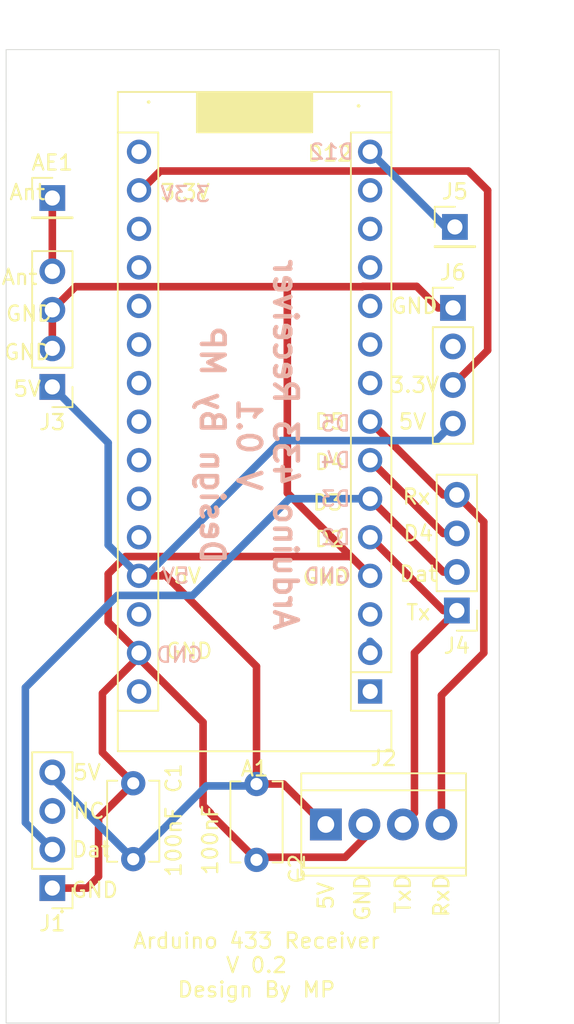
<source format=kicad_pcb>
(kicad_pcb (version 20171130) (host pcbnew "(5.1.9)-1")

  (general
    (thickness 1.6)
    (drawings 53)
    (tracks 86)
    (zones 0)
    (modules 14)
    (nets 33)
  )

  (page A4)
  (layers
    (0 F.Cu signal)
    (31 B.Cu signal)
    (32 B.Adhes user)
    (33 F.Adhes user)
    (34 B.Paste user hide)
    (35 F.Paste user)
    (36 B.SilkS user hide)
    (37 F.SilkS user)
    (38 B.Mask user)
    (39 F.Mask user)
    (40 Dwgs.User user)
    (41 Cmts.User user)
    (42 Eco1.User user)
    (43 Eco2.User user)
    (44 Edge.Cuts user)
    (45 Margin user)
    (46 B.CrtYd user hide)
    (47 F.CrtYd user hide)
    (48 B.Fab user hide)
    (49 F.Fab user hide)
  )

  (setup
    (last_trace_width 0.5)
    (user_trace_width 0.25)
    (user_trace_width 0.5)
    (user_trace_width 1)
    (trace_clearance 0.2)
    (zone_clearance 0.508)
    (zone_45_only no)
    (trace_min 0.2)
    (via_size 0.8)
    (via_drill 0.4)
    (via_min_size 0.4)
    (via_min_drill 0.3)
    (uvia_size 0.3)
    (uvia_drill 0.1)
    (uvias_allowed no)
    (uvia_min_size 0.2)
    (uvia_min_drill 0.1)
    (edge_width 0.05)
    (segment_width 0.2)
    (pcb_text_width 0.3)
    (pcb_text_size 1.5 1.5)
    (mod_edge_width 0.12)
    (mod_text_size 1 1)
    (mod_text_width 0.15)
    (pad_size 1.524 1.524)
    (pad_drill 0.762)
    (pad_to_mask_clearance 0)
    (aux_axis_origin 0 0)
    (visible_elements 7FFFFFFF)
    (pcbplotparams
      (layerselection 0x010fc_ffffffff)
      (usegerberextensions false)
      (usegerberattributes true)
      (usegerberadvancedattributes true)
      (creategerberjobfile true)
      (excludeedgelayer true)
      (linewidth 0.100000)
      (plotframeref false)
      (viasonmask false)
      (mode 1)
      (useauxorigin false)
      (hpglpennumber 1)
      (hpglpenspeed 20)
      (hpglpendiameter 15.000000)
      (psnegative false)
      (psa4output false)
      (plotreference true)
      (plotvalue true)
      (plotinvisibletext false)
      (padsonsilk false)
      (subtractmaskfromsilk false)
      (outputformat 1)
      (mirror false)
      (drillshape 0)
      (scaleselection 1)
      (outputdirectory "Gerber/"))
  )

  (net 0 "")
  (net 1 "Net-(A1-Pad1)")
  (net 2 /3.3V)
  (net 3 "Net-(A1-Pad2)")
  (net 4 "Net-(A1-Pad18)")
  (net 5 "Net-(A1-Pad3)")
  (net 6 "Net-(A1-Pad19)")
  (net 7 GND)
  (net 8 "Net-(A1-Pad20)")
  (net 9 "Net-(A1-Pad21)")
  (net 10 /RXB6_Data-D3)
  (net 11 "Net-(A1-Pad22)")
  (net 12 "Net-(A1-Pad7)")
  (net 13 "Net-(A1-Pad23)")
  (net 14 /D5-RxD)
  (net 15 "Net-(A1-Pad24)")
  (net 16 "Net-(A1-Pad9)")
  (net 17 "Net-(A1-Pad25)")
  (net 18 "Net-(A1-Pad10)")
  (net 19 "Net-(A1-Pad26)")
  (net 20 "Net-(A1-Pad11)")
  (net 21 +5V)
  (net 22 "Net-(A1-Pad12)")
  (net 23 "Net-(A1-Pad28)")
  (net 24 "Net-(A1-Pad13)")
  (net 25 "Net-(A1-Pad14)")
  (net 26 "Net-(A1-Pad30)")
  (net 27 /D12-Trig)
  (net 28 "Net-(A1-Pad16)")
  (net 29 /Ant)
  (net 30 "Net-(J1-Pad3)")
  (net 31 "Net-(J6-Pad2)")
  (net 32 /D2-TxD)

  (net_class Default "This is the default net class."
    (clearance 0.2)
    (trace_width 0.25)
    (via_dia 0.8)
    (via_drill 0.4)
    (uvia_dia 0.3)
    (uvia_drill 0.1)
    (add_net +5V)
    (add_net /3.3V)
    (add_net /Ant)
    (add_net /D12-Trig)
    (add_net /D2-TxD)
    (add_net /D5-RxD)
    (add_net /RXB6_Data-D3)
    (add_net GND)
    (add_net "Net-(A1-Pad1)")
    (add_net "Net-(A1-Pad10)")
    (add_net "Net-(A1-Pad11)")
    (add_net "Net-(A1-Pad12)")
    (add_net "Net-(A1-Pad13)")
    (add_net "Net-(A1-Pad14)")
    (add_net "Net-(A1-Pad16)")
    (add_net "Net-(A1-Pad18)")
    (add_net "Net-(A1-Pad19)")
    (add_net "Net-(A1-Pad2)")
    (add_net "Net-(A1-Pad20)")
    (add_net "Net-(A1-Pad21)")
    (add_net "Net-(A1-Pad22)")
    (add_net "Net-(A1-Pad23)")
    (add_net "Net-(A1-Pad24)")
    (add_net "Net-(A1-Pad25)")
    (add_net "Net-(A1-Pad26)")
    (add_net "Net-(A1-Pad28)")
    (add_net "Net-(A1-Pad3)")
    (add_net "Net-(A1-Pad30)")
    (add_net "Net-(A1-Pad7)")
    (add_net "Net-(A1-Pad9)")
    (add_net "Net-(J1-Pad3)")
    (add_net "Net-(J6-Pad2)")
  )

  (module MountingHole:MountingHole_3.2mm_M3 (layer F.Cu) (tedit 56D1B4CB) (tstamp 605F7C6C)
    (at 106.172 349.631)
    (descr "Mounting Hole 3.2mm, no annular, M3")
    (tags "mounting hole 3.2mm no annular m3")
    (attr virtual)
    (fp_text reference . (at -5.969 -0.254) (layer F.SilkS)
      (effects (font (size 1 1) (thickness 0.15)))
    )
    (fp_text value MountingHole_3.2mm_M3 (at 0 4.2) (layer F.Fab)
      (effects (font (size 1 1) (thickness 0.15)))
    )
    (fp_circle (center 0 0) (end 3.45 0) (layer F.CrtYd) (width 0.05))
    (fp_circle (center 0 0) (end 3.2 0) (layer Cmts.User) (width 0.15))
    (fp_text user %R (at 0.3 0) (layer F.Fab)
      (effects (font (size 1 1) (thickness 0.15)))
    )
    (pad 1 np_thru_hole circle (at 0 0) (size 3.2 3.2) (drill 3.2) (layers *.Cu *.Mask))
  )

  (module MountingHole:MountingHole_3.2mm_M3 (layer F.Cu) (tedit 56D1B4CB) (tstamp 605F7C6C)
    (at 80.518 349.631)
    (descr "Mounting Hole 3.2mm, no annular, M3")
    (tags "mounting hole 3.2mm no annular m3")
    (attr virtual)
    (fp_text reference . (at 5.842 -0.508) (layer F.SilkS)
      (effects (font (size 1 1) (thickness 0.15)))
    )
    (fp_text value MountingHole_3.2mm_M3 (at 0 4.2) (layer F.Fab)
      (effects (font (size 1 1) (thickness 0.15)))
    )
    (fp_circle (center 0 0) (end 3.45 0) (layer F.CrtYd) (width 0.05))
    (fp_circle (center 0 0) (end 3.2 0) (layer Cmts.User) (width 0.15))
    (fp_text user %R (at 0.3 0) (layer F.Fab)
      (effects (font (size 1 1) (thickness 0.15)))
    )
    (pad 1 np_thru_hole circle (at 0 0) (size 3.2 3.2) (drill 3.2) (layers *.Cu *.Mask))
  )

  (module MountingHole:MountingHole_3.2mm_M3 (layer F.Cu) (tedit 56D1B4CB) (tstamp 605F7B58)
    (at 105.918 406.654)
    (descr "Mounting Hole 3.2mm, no annular, M3")
    (tags "mounting hole 3.2mm no annular m3")
    (attr virtual)
    (fp_text reference . (at 0 -4.2) (layer F.SilkS)
      (effects (font (size 1 1) (thickness 0.15)))
    )
    (fp_text value MountingHole_3.2mm_M3 (at 0 4.2) (layer F.Fab)
      (effects (font (size 1 1) (thickness 0.15)))
    )
    (fp_circle (center 0 0) (end 3.45 0) (layer F.CrtYd) (width 0.05))
    (fp_circle (center 0 0) (end 3.2 0) (layer Cmts.User) (width 0.15))
    (fp_text user %R (at 0.3 0) (layer F.Fab)
      (effects (font (size 1 1) (thickness 0.15)))
    )
    (pad 1 np_thru_hole circle (at 0 0) (size 3.2 3.2) (drill 3.2) (layers *.Cu *.Mask))
  )

  (module MountingHole:MountingHole_3.2mm_M3 (layer F.Cu) (tedit 56D1B4CB) (tstamp 605F7B56)
    (at 80.645 406.654)
    (descr "Mounting Hole 3.2mm, no annular, M3")
    (tags "mounting hole 3.2mm no annular m3")
    (attr virtual)
    (fp_text reference . (at 0 -4.2) (layer F.SilkS)
      (effects (font (size 1 1) (thickness 0.15)))
    )
    (fp_text value MountingHole_3.2mm_M3 (at 0 4.2) (layer F.Fab)
      (effects (font (size 1 1) (thickness 0.15)))
    )
    (fp_circle (center 0 0) (end 3.45 0) (layer F.CrtYd) (width 0.05))
    (fp_circle (center 0 0) (end 3.2 0) (layer Cmts.User) (width 0.15))
    (fp_text user %R (at 0.3 0) (layer F.Fab)
      (effects (font (size 1 1) (thickness 0.15)))
    )
    (pad 1 np_thru_hole circle (at 0 0) (size 3.2 3.2) (drill 3.2) (layers *.Cu *.Mask))
  )

  (module Module:Arduino_Nano (layer F.Cu) (tedit 58ACAF70) (tstamp 605F5F95)
    (at 100.965 388.366 180)
    (descr "Arduino Nano, http://www.mouser.com/pdfdocs/Gravitech_Arduino_Nano3_0.pdf")
    (tags "Arduino Nano")
    (path /605FB085)
    (fp_text reference A1 (at 7.62 -5.08) (layer F.SilkS)
      (effects (font (size 1 1) (thickness 0.15)))
    )
    (fp_text value Arduino_Nano_v3.x (at 8.89 19.05 90) (layer F.Fab)
      (effects (font (size 1 1) (thickness 0.15)))
    )
    (fp_line (start 16.75 42.16) (end -1.53 42.16) (layer F.CrtYd) (width 0.05))
    (fp_line (start 16.75 42.16) (end 16.75 -4.06) (layer F.CrtYd) (width 0.05))
    (fp_line (start -1.53 -4.06) (end -1.53 42.16) (layer F.CrtYd) (width 0.05))
    (fp_line (start -1.53 -4.06) (end 16.75 -4.06) (layer F.CrtYd) (width 0.05))
    (fp_line (start 16.51 -3.81) (end 16.51 39.37) (layer F.Fab) (width 0.1))
    (fp_line (start 0 -3.81) (end 16.51 -3.81) (layer F.Fab) (width 0.1))
    (fp_line (start -1.27 -2.54) (end 0 -3.81) (layer F.Fab) (width 0.1))
    (fp_line (start -1.27 39.37) (end -1.27 -2.54) (layer F.Fab) (width 0.1))
    (fp_line (start 16.51 39.37) (end -1.27 39.37) (layer F.Fab) (width 0.1))
    (fp_line (start 16.64 -3.94) (end -1.4 -3.94) (layer F.SilkS) (width 0.12))
    (fp_line (start 16.64 39.5) (end 16.64 -3.94) (layer F.SilkS) (width 0.12))
    (fp_line (start -1.4 39.5) (end 16.64 39.5) (layer F.SilkS) (width 0.12))
    (fp_line (start 3.81 41.91) (end 3.81 31.75) (layer F.Fab) (width 0.1))
    (fp_line (start 11.43 41.91) (end 3.81 41.91) (layer F.Fab) (width 0.1))
    (fp_line (start 11.43 31.75) (end 11.43 41.91) (layer F.Fab) (width 0.1))
    (fp_line (start 3.81 31.75) (end 11.43 31.75) (layer F.Fab) (width 0.1))
    (fp_line (start 1.27 36.83) (end -1.4 36.83) (layer F.SilkS) (width 0.12))
    (fp_line (start 1.27 1.27) (end 1.27 36.83) (layer F.SilkS) (width 0.12))
    (fp_line (start 1.27 1.27) (end -1.4 1.27) (layer F.SilkS) (width 0.12))
    (fp_line (start 13.97 36.83) (end 16.64 36.83) (layer F.SilkS) (width 0.12))
    (fp_line (start 13.97 -1.27) (end 13.97 36.83) (layer F.SilkS) (width 0.12))
    (fp_line (start 13.97 -1.27) (end 16.64 -1.27) (layer F.SilkS) (width 0.12))
    (fp_line (start -1.4 -3.94) (end -1.4 -1.27) (layer F.SilkS) (width 0.12))
    (fp_line (start -1.4 1.27) (end -1.4 39.5) (layer F.SilkS) (width 0.12))
    (fp_line (start 1.27 -1.27) (end -1.4 -1.27) (layer F.SilkS) (width 0.12))
    (fp_line (start 1.27 1.27) (end 1.27 -1.27) (layer F.SilkS) (width 0.12))
    (fp_text user %R (at 6.35 19.05 90) (layer F.Fab)
      (effects (font (size 1 1) (thickness 0.15)))
    )
    (pad 1 thru_hole rect (at 0 0 180) (size 1.6 1.6) (drill 1) (layers *.Cu *.Mask)
      (net 1 "Net-(A1-Pad1)"))
    (pad 17 thru_hole oval (at 15.24 33.02 180) (size 1.6 1.6) (drill 1) (layers *.Cu *.Mask)
      (net 2 /3.3V))
    (pad 2 thru_hole oval (at 0 2.54 180) (size 1.6 1.6) (drill 1) (layers *.Cu *.Mask)
      (net 3 "Net-(A1-Pad2)"))
    (pad 18 thru_hole oval (at 15.24 30.48 180) (size 1.6 1.6) (drill 1) (layers *.Cu *.Mask)
      (net 4 "Net-(A1-Pad18)"))
    (pad 3 thru_hole oval (at 0 5.08 180) (size 1.6 1.6) (drill 1) (layers *.Cu *.Mask)
      (net 5 "Net-(A1-Pad3)"))
    (pad 19 thru_hole oval (at 15.24 27.94 180) (size 1.6 1.6) (drill 1) (layers *.Cu *.Mask)
      (net 6 "Net-(A1-Pad19)"))
    (pad 4 thru_hole oval (at 0 7.62 180) (size 1.6 1.6) (drill 1) (layers *.Cu *.Mask)
      (net 7 GND))
    (pad 20 thru_hole oval (at 15.24 25.4 180) (size 1.6 1.6) (drill 1) (layers *.Cu *.Mask)
      (net 8 "Net-(A1-Pad20)"))
    (pad 5 thru_hole oval (at 0 10.16 180) (size 1.6 1.6) (drill 1) (layers *.Cu *.Mask)
      (net 32 /D2-TxD))
    (pad 21 thru_hole oval (at 15.24 22.86 180) (size 1.6 1.6) (drill 1) (layers *.Cu *.Mask)
      (net 9 "Net-(A1-Pad21)"))
    (pad 6 thru_hole oval (at 0 12.7 180) (size 1.6 1.6) (drill 1) (layers *.Cu *.Mask)
      (net 10 /RXB6_Data-D3))
    (pad 22 thru_hole oval (at 15.24 20.32 180) (size 1.6 1.6) (drill 1) (layers *.Cu *.Mask)
      (net 11 "Net-(A1-Pad22)"))
    (pad 7 thru_hole oval (at 0 15.24 180) (size 1.6 1.6) (drill 1) (layers *.Cu *.Mask)
      (net 12 "Net-(A1-Pad7)"))
    (pad 23 thru_hole oval (at 15.24 17.78 180) (size 1.6 1.6) (drill 1) (layers *.Cu *.Mask)
      (net 13 "Net-(A1-Pad23)"))
    (pad 8 thru_hole oval (at 0 17.78 180) (size 1.6 1.6) (drill 1) (layers *.Cu *.Mask)
      (net 14 /D5-RxD))
    (pad 24 thru_hole oval (at 15.24 15.24 180) (size 1.6 1.6) (drill 1) (layers *.Cu *.Mask)
      (net 15 "Net-(A1-Pad24)"))
    (pad 9 thru_hole oval (at 0 20.32 180) (size 1.6 1.6) (drill 1) (layers *.Cu *.Mask)
      (net 16 "Net-(A1-Pad9)"))
    (pad 25 thru_hole oval (at 15.24 12.7 180) (size 1.6 1.6) (drill 1) (layers *.Cu *.Mask)
      (net 17 "Net-(A1-Pad25)"))
    (pad 10 thru_hole oval (at 0 22.86 180) (size 1.6 1.6) (drill 1) (layers *.Cu *.Mask)
      (net 18 "Net-(A1-Pad10)"))
    (pad 26 thru_hole oval (at 15.24 10.16 180) (size 1.6 1.6) (drill 1) (layers *.Cu *.Mask)
      (net 19 "Net-(A1-Pad26)"))
    (pad 11 thru_hole oval (at 0 25.4 180) (size 1.6 1.6) (drill 1) (layers *.Cu *.Mask)
      (net 20 "Net-(A1-Pad11)"))
    (pad 27 thru_hole oval (at 15.24 7.62 180) (size 1.6 1.6) (drill 1) (layers *.Cu *.Mask)
      (net 21 +5V))
    (pad 12 thru_hole oval (at 0 27.94 180) (size 1.6 1.6) (drill 1) (layers *.Cu *.Mask)
      (net 22 "Net-(A1-Pad12)"))
    (pad 28 thru_hole oval (at 15.24 5.08 180) (size 1.6 1.6) (drill 1) (layers *.Cu *.Mask)
      (net 23 "Net-(A1-Pad28)"))
    (pad 13 thru_hole oval (at 0 30.48 180) (size 1.6 1.6) (drill 1) (layers *.Cu *.Mask)
      (net 24 "Net-(A1-Pad13)"))
    (pad 29 thru_hole oval (at 15.24 2.54 180) (size 1.6 1.6) (drill 1) (layers *.Cu *.Mask)
      (net 7 GND))
    (pad 14 thru_hole oval (at 0 33.02 180) (size 1.6 1.6) (drill 1) (layers *.Cu *.Mask)
      (net 25 "Net-(A1-Pad14)"))
    (pad 30 thru_hole oval (at 15.24 0 180) (size 1.6 1.6) (drill 1) (layers *.Cu *.Mask)
      (net 26 "Net-(A1-Pad30)"))
    (pad 15 thru_hole oval (at 0 35.56 180) (size 1.6 1.6) (drill 1) (layers *.Cu *.Mask)
      (net 27 /D12-Trig))
    (pad 16 thru_hole oval (at 15.24 35.56 180) (size 1.6 1.6) (drill 1) (layers *.Cu *.Mask)
      (net 28 "Net-(A1-Pad16)"))
    (model ${KISYS3DMOD}/Module.3dshapes/Arduino_Nano_WithMountingHoles.wrl
      (at (xyz 0 0 0))
      (scale (xyz 1 1 1))
      (rotate (xyz 0 0 0))
    )
    (model D:/MarkusDaten/Kicad/Lib/Arduino.3dshapes/arduino_nano.x3d
      (at (xyz 0 0 0))
      (scale (xyz 1 1 1))
      (rotate (xyz 0 0 0))
    )
  )

  (module Connector_PinHeader_2.54mm:PinHeader_1x01_P2.54mm_Vertical (layer F.Cu) (tedit 59FED5CC) (tstamp 605F5FAA)
    (at 80.01 355.854)
    (descr "Through hole straight pin header, 1x01, 2.54mm pitch, single row")
    (tags "Through hole pin header THT 1x01 2.54mm single row")
    (path /605F2C14)
    (fp_text reference AE1 (at 0 -2.33) (layer F.SilkS)
      (effects (font (size 1 1) (thickness 0.15)))
    )
    (fp_text value Antenna (at 0 2.33) (layer F.Fab)
      (effects (font (size 1 1) (thickness 0.15)))
    )
    (fp_line (start 1.8 -1.8) (end -1.8 -1.8) (layer F.CrtYd) (width 0.05))
    (fp_line (start 1.8 1.8) (end 1.8 -1.8) (layer F.CrtYd) (width 0.05))
    (fp_line (start -1.8 1.8) (end 1.8 1.8) (layer F.CrtYd) (width 0.05))
    (fp_line (start -1.8 -1.8) (end -1.8 1.8) (layer F.CrtYd) (width 0.05))
    (fp_line (start -1.33 -1.33) (end 0 -1.33) (layer F.SilkS) (width 0.12))
    (fp_line (start -1.33 0) (end -1.33 -1.33) (layer F.SilkS) (width 0.12))
    (fp_line (start -1.33 1.27) (end 1.33 1.27) (layer F.SilkS) (width 0.12))
    (fp_line (start 1.33 1.27) (end 1.33 1.33) (layer F.SilkS) (width 0.12))
    (fp_line (start -1.33 1.27) (end -1.33 1.33) (layer F.SilkS) (width 0.12))
    (fp_line (start -1.33 1.33) (end 1.33 1.33) (layer F.SilkS) (width 0.12))
    (fp_line (start -1.27 -0.635) (end -0.635 -1.27) (layer F.Fab) (width 0.1))
    (fp_line (start -1.27 1.27) (end -1.27 -0.635) (layer F.Fab) (width 0.1))
    (fp_line (start 1.27 1.27) (end -1.27 1.27) (layer F.Fab) (width 0.1))
    (fp_line (start 1.27 -1.27) (end 1.27 1.27) (layer F.Fab) (width 0.1))
    (fp_line (start -0.635 -1.27) (end 1.27 -1.27) (layer F.Fab) (width 0.1))
    (fp_text user %R (at 0 0 90) (layer F.Fab)
      (effects (font (size 1 1) (thickness 0.15)))
    )
    (pad 1 thru_hole rect (at 0 0) (size 1.7 1.7) (drill 1) (layers *.Cu *.Mask)
      (net 29 /Ant))
    (model ${KISYS3DMOD}/Connector_PinHeader_2.54mm.3dshapes/PinHeader_1x01_P2.54mm_Vertical.wrl
      (at (xyz 0 0 0))
      (scale (xyz 1 1 1))
      (rotate (xyz 0 0 0))
    )
  )

  (module Capacitor_THT:C_Disc_D5.1mm_W3.2mm_P5.00mm (layer F.Cu) (tedit 5AE50EF0) (tstamp 605F5FBF)
    (at 85.344 399.415 90)
    (descr "C, Disc series, Radial, pin pitch=5.00mm, , diameter*width=5.1*3.2mm^2, Capacitor, http://www.vishay.com/docs/45233/krseries.pdf")
    (tags "C Disc series Radial pin pitch 5.00mm  diameter 5.1mm width 3.2mm Capacitor")
    (path /605F3673)
    (fp_text reference C1 (at 5.334 2.667 90) (layer F.SilkS)
      (effects (font (size 1 1) (thickness 0.15)))
    )
    (fp_text value "100 nF" (at 2.5 2.85 90) (layer F.Fab)
      (effects (font (size 1 1) (thickness 0.15)))
    )
    (fp_line (start -0.05 -1.6) (end -0.05 1.6) (layer F.Fab) (width 0.1))
    (fp_line (start -0.05 1.6) (end 5.05 1.6) (layer F.Fab) (width 0.1))
    (fp_line (start 5.05 1.6) (end 5.05 -1.6) (layer F.Fab) (width 0.1))
    (fp_line (start 5.05 -1.6) (end -0.05 -1.6) (layer F.Fab) (width 0.1))
    (fp_line (start -0.17 -1.721) (end 5.17 -1.721) (layer F.SilkS) (width 0.12))
    (fp_line (start -0.17 1.721) (end 5.17 1.721) (layer F.SilkS) (width 0.12))
    (fp_line (start -0.17 -1.721) (end -0.17 -1.055) (layer F.SilkS) (width 0.12))
    (fp_line (start -0.17 1.055) (end -0.17 1.721) (layer F.SilkS) (width 0.12))
    (fp_line (start 5.17 -1.721) (end 5.17 -1.055) (layer F.SilkS) (width 0.12))
    (fp_line (start 5.17 1.055) (end 5.17 1.721) (layer F.SilkS) (width 0.12))
    (fp_line (start -1.05 -1.85) (end -1.05 1.85) (layer F.CrtYd) (width 0.05))
    (fp_line (start -1.05 1.85) (end 6.05 1.85) (layer F.CrtYd) (width 0.05))
    (fp_line (start 6.05 1.85) (end 6.05 -1.85) (layer F.CrtYd) (width 0.05))
    (fp_line (start 6.05 -1.85) (end -1.05 -1.85) (layer F.CrtYd) (width 0.05))
    (fp_text user %R (at 2.5 0 90) (layer F.Fab)
      (effects (font (size 1 1) (thickness 0.15)))
    )
    (pad 2 thru_hole circle (at 5 0 90) (size 1.6 1.6) (drill 0.8) (layers *.Cu *.Mask)
      (net 7 GND))
    (pad 1 thru_hole circle (at 0 0 90) (size 1.6 1.6) (drill 0.8) (layers *.Cu *.Mask)
      (net 21 +5V))
    (model ${KISYS3DMOD}/Capacitor_THT.3dshapes/C_Disc_D5.1mm_W3.2mm_P5.00mm.wrl
      (at (xyz 0 0 0))
      (scale (xyz 1 1 1))
      (rotate (xyz 0 0 0))
    )
  )

  (module Capacitor_THT:C_Disc_D5.1mm_W3.2mm_P5.00mm (layer F.Cu) (tedit 5AE50EF0) (tstamp 605F65F9)
    (at 93.472 394.462 270)
    (descr "C, Disc series, Radial, pin pitch=5.00mm, , diameter*width=5.1*3.2mm^2, Capacitor, http://www.vishay.com/docs/45233/krseries.pdf")
    (tags "C Disc series Radial pin pitch 5.00mm  diameter 5.1mm width 3.2mm Capacitor")
    (path /605F3141)
    (fp_text reference C2 (at 5.588 -2.667 90) (layer F.SilkS)
      (effects (font (size 1 1) (thickness 0.15)))
    )
    (fp_text value "100 nF" (at 2.5 2.85 90) (layer F.Fab)
      (effects (font (size 1 1) (thickness 0.15)))
    )
    (fp_line (start 6.05 -1.85) (end -1.05 -1.85) (layer F.CrtYd) (width 0.05))
    (fp_line (start 6.05 1.85) (end 6.05 -1.85) (layer F.CrtYd) (width 0.05))
    (fp_line (start -1.05 1.85) (end 6.05 1.85) (layer F.CrtYd) (width 0.05))
    (fp_line (start -1.05 -1.85) (end -1.05 1.85) (layer F.CrtYd) (width 0.05))
    (fp_line (start 5.17 1.055) (end 5.17 1.721) (layer F.SilkS) (width 0.12))
    (fp_line (start 5.17 -1.721) (end 5.17 -1.055) (layer F.SilkS) (width 0.12))
    (fp_line (start -0.17 1.055) (end -0.17 1.721) (layer F.SilkS) (width 0.12))
    (fp_line (start -0.17 -1.721) (end -0.17 -1.055) (layer F.SilkS) (width 0.12))
    (fp_line (start -0.17 1.721) (end 5.17 1.721) (layer F.SilkS) (width 0.12))
    (fp_line (start -0.17 -1.721) (end 5.17 -1.721) (layer F.SilkS) (width 0.12))
    (fp_line (start 5.05 -1.6) (end -0.05 -1.6) (layer F.Fab) (width 0.1))
    (fp_line (start 5.05 1.6) (end 5.05 -1.6) (layer F.Fab) (width 0.1))
    (fp_line (start -0.05 1.6) (end 5.05 1.6) (layer F.Fab) (width 0.1))
    (fp_line (start -0.05 -1.6) (end -0.05 1.6) (layer F.Fab) (width 0.1))
    (fp_text user %R (at 2.5 0 90) (layer F.Fab)
      (effects (font (size 1 1) (thickness 0.15)))
    )
    (pad 1 thru_hole circle (at 0 0 270) (size 1.6 1.6) (drill 0.8) (layers *.Cu *.Mask)
      (net 21 +5V))
    (pad 2 thru_hole circle (at 5 0 270) (size 1.6 1.6) (drill 0.8) (layers *.Cu *.Mask)
      (net 7 GND))
    (model ${KISYS3DMOD}/Capacitor_THT.3dshapes/C_Disc_D5.1mm_W3.2mm_P5.00mm.wrl
      (at (xyz 0 0 0))
      (scale (xyz 1 1 1))
      (rotate (xyz 0 0 0))
    )
  )

  (module Connector_PinHeader_2.54mm:PinHeader_1x04_P2.54mm_Vertical locked (layer F.Cu) (tedit 59FED5CC) (tstamp 605F5FEC)
    (at 80.01 401.32 180)
    (descr "Through hole straight pin header, 1x04, 2.54mm pitch, single row")
    (tags "Through hole pin header THT 1x04 2.54mm single row")
    (path /605F17CC)
    (fp_text reference J1 (at 0 -2.33) (layer F.SilkS)
      (effects (font (size 1 1) (thickness 0.15)))
    )
    (fp_text value "RXB6-A Pwr+Data" (at -2.794 3.429 90) (layer F.Fab)
      (effects (font (size 1 1) (thickness 0.15)))
    )
    (fp_line (start 1.8 -1.8) (end -1.8 -1.8) (layer F.CrtYd) (width 0.05))
    (fp_line (start 1.8 9.4) (end 1.8 -1.8) (layer F.CrtYd) (width 0.05))
    (fp_line (start -1.8 9.4) (end 1.8 9.4) (layer F.CrtYd) (width 0.05))
    (fp_line (start -1.8 -1.8) (end -1.8 9.4) (layer F.CrtYd) (width 0.05))
    (fp_line (start -1.33 -1.33) (end 0 -1.33) (layer F.SilkS) (width 0.12))
    (fp_line (start -1.33 0) (end -1.33 -1.33) (layer F.SilkS) (width 0.12))
    (fp_line (start -1.33 1.27) (end 1.33 1.27) (layer F.SilkS) (width 0.12))
    (fp_line (start 1.33 1.27) (end 1.33 8.95) (layer F.SilkS) (width 0.12))
    (fp_line (start -1.33 1.27) (end -1.33 8.95) (layer F.SilkS) (width 0.12))
    (fp_line (start -1.33 8.95) (end 1.33 8.95) (layer F.SilkS) (width 0.12))
    (fp_line (start -1.27 -0.635) (end -0.635 -1.27) (layer F.Fab) (width 0.1))
    (fp_line (start -1.27 8.89) (end -1.27 -0.635) (layer F.Fab) (width 0.1))
    (fp_line (start 1.27 8.89) (end -1.27 8.89) (layer F.Fab) (width 0.1))
    (fp_line (start 1.27 -1.27) (end 1.27 8.89) (layer F.Fab) (width 0.1))
    (fp_line (start -0.635 -1.27) (end 1.27 -1.27) (layer F.Fab) (width 0.1))
    (fp_text user %R (at 0 3.81 90) (layer F.Fab)
      (effects (font (size 1 1) (thickness 0.15)))
    )
    (pad 1 thru_hole rect (at 0 0 180) (size 1.7 1.7) (drill 1) (layers *.Cu *.Mask)
      (net 7 GND))
    (pad 2 thru_hole oval (at 0 2.54 180) (size 1.7 1.7) (drill 1) (layers *.Cu *.Mask)
      (net 10 /RXB6_Data-D3))
    (pad 3 thru_hole oval (at 0 5.08 180) (size 1.7 1.7) (drill 1) (layers *.Cu *.Mask)
      (net 30 "Net-(J1-Pad3)"))
    (pad 4 thru_hole oval (at 0 7.62 180) (size 1.7 1.7) (drill 1) (layers *.Cu *.Mask)
      (net 21 +5V))
    (model ${KISYS3DMOD}/Connector_PinHeader_2.54mm.3dshapes/PinHeader_1x04_P2.54mm_Vertical.wrl
      (at (xyz 0 0 0))
      (scale (xyz 1 1 1))
      (rotate (xyz 0 0 0))
    )
  )

  (module TerminalBlock_TE-Connectivity:TerminalBlock_TE_282834-4_1x04_P2.54mm_Horizontal (layer F.Cu) (tedit 5B1EC513) (tstamp 605F75BE)
    (at 98.044 397.129)
    (descr "Terminal Block TE 282834-4, 4 pins, pitch 2.54mm, size 10.620000000000001x6.5mm^2, drill diamater 1.1mm, pad diameter 2.1mm, see http://www.te.com/commerce/DocumentDelivery/DDEController?Action=showdoc&DocId=Customer+Drawing%7F282834%7FC1%7Fpdf%7FEnglish%7FENG_CD_282834_C1.pdf, script-generated using https://github.com/pointhi/kicad-footprint-generator/scripts/TerminalBlock_TE-Connectivity")
    (tags "THT Terminal Block TE 282834-4 pitch 2.54mm size 10.620000000000001x6.5mm^2 drill 1.1mm pad 2.1mm")
    (path /60618166)
    (fp_text reference J2 (at 3.81 -4.37) (layer F.SilkS)
      (effects (font (size 1 1) (thickness 0.15)))
    )
    (fp_text value "Pwr + Serial" (at 3.81 -4.064) (layer F.Fab)
      (effects (font (size 1 1) (thickness 0.15)))
    )
    (fp_line (start 9.63 -3.75) (end -2 -3.75) (layer F.CrtYd) (width 0.05))
    (fp_line (start 9.63 3.75) (end 9.63 -3.75) (layer F.CrtYd) (width 0.05))
    (fp_line (start -2 3.75) (end 9.63 3.75) (layer F.CrtYd) (width 0.05))
    (fp_line (start -2 -3.75) (end -2 3.75) (layer F.CrtYd) (width 0.05))
    (fp_line (start -1.86 3.61) (end -1.46 3.61) (layer F.SilkS) (width 0.12))
    (fp_line (start -1.86 2.97) (end -1.86 3.61) (layer F.SilkS) (width 0.12))
    (fp_line (start 8.321 -0.835) (end 6.786 0.7) (layer F.Fab) (width 0.1))
    (fp_line (start 8.455 -0.7) (end 6.92 0.835) (layer F.Fab) (width 0.1))
    (fp_line (start 5.781 -0.835) (end 4.246 0.7) (layer F.Fab) (width 0.1))
    (fp_line (start 5.915 -0.7) (end 4.38 0.835) (layer F.Fab) (width 0.1))
    (fp_line (start 3.241 -0.835) (end 1.706 0.7) (layer F.Fab) (width 0.1))
    (fp_line (start 3.375 -0.7) (end 1.84 0.835) (layer F.Fab) (width 0.1))
    (fp_line (start 0.701 -0.835) (end -0.835 0.7) (layer F.Fab) (width 0.1))
    (fp_line (start 0.835 -0.7) (end -0.701 0.835) (layer F.Fab) (width 0.1))
    (fp_line (start 9.241 -3.37) (end 9.241 3.37) (layer F.SilkS) (width 0.12))
    (fp_line (start -1.62 -3.37) (end -1.62 3.37) (layer F.SilkS) (width 0.12))
    (fp_line (start -1.62 3.37) (end 9.241 3.37) (layer F.SilkS) (width 0.12))
    (fp_line (start -1.62 -3.37) (end 9.241 -3.37) (layer F.SilkS) (width 0.12))
    (fp_line (start -1.62 -2.25) (end 9.241 -2.25) (layer F.SilkS) (width 0.12))
    (fp_line (start -1.5 -2.25) (end 9.12 -2.25) (layer F.Fab) (width 0.1))
    (fp_line (start -1.62 2.85) (end 9.241 2.85) (layer F.SilkS) (width 0.12))
    (fp_line (start -1.5 2.85) (end 9.12 2.85) (layer F.Fab) (width 0.1))
    (fp_line (start -1.5 2.85) (end -1.5 -3.25) (layer F.Fab) (width 0.1))
    (fp_line (start -1.1 3.25) (end -1.5 2.85) (layer F.Fab) (width 0.1))
    (fp_line (start 9.12 3.25) (end -1.1 3.25) (layer F.Fab) (width 0.1))
    (fp_line (start 9.12 -3.25) (end 9.12 3.25) (layer F.Fab) (width 0.1))
    (fp_line (start -1.5 -3.25) (end 9.12 -3.25) (layer F.Fab) (width 0.1))
    (fp_circle (center 7.62 0) (end 8.72 0) (layer F.Fab) (width 0.1))
    (fp_circle (center 5.08 0) (end 6.18 0) (layer F.Fab) (width 0.1))
    (fp_circle (center 2.54 0) (end 3.64 0) (layer F.Fab) (width 0.1))
    (fp_circle (center 0 0) (end 1.1 0) (layer F.Fab) (width 0.1))
    (fp_text user %R (at 3.81 2) (layer F.Fab)
      (effects (font (size 1 1) (thickness 0.15)))
    )
    (pad 1 thru_hole rect (at 0 0) (size 2.1 2.1) (drill 1.1) (layers *.Cu *.Mask)
      (net 21 +5V))
    (pad 2 thru_hole circle (at 2.54 0) (size 2.1 2.1) (drill 1.1) (layers *.Cu *.Mask)
      (net 7 GND))
    (pad 3 thru_hole circle (at 5.08 0) (size 2.1 2.1) (drill 1.1) (layers *.Cu *.Mask)
      (net 32 /D2-TxD))
    (pad 4 thru_hole circle (at 7.62 0) (size 2.1 2.1) (drill 1.1) (layers *.Cu *.Mask)
      (net 14 /D5-RxD))
    (model ${KISYS3DMOD}/TerminalBlock_TE-Connectivity.3dshapes/TerminalBlock_TE_282834-4_1x04_P2.54mm_Horizontal.wrl
      (at (xyz 0 0 0))
      (scale (xyz 1 1 1))
      (rotate (xyz 0 0 0))
    )
    (model ${KISYS3DMOD}/TerminalBlock_Phoenix.3dshapes/TerminalBlock_Phoenix_MKDS-1,5-4-5.08_1x04_P5.08mm_Horizontal.step
      (at (xyz 0 0 0))
      (scale (xyz 0.5 0.5 0.5))
      (rotate (xyz 0 0 0))
    )
  )

  (module Connector_PinHeader_2.54mm:PinHeader_1x04_P2.54mm_Vertical locked (layer F.Cu) (tedit 59FED5CC) (tstamp 605F602C)
    (at 80.01 368.3 180)
    (descr "Through hole straight pin header, 1x04, 2.54mm pitch, single row")
    (tags "Through hole pin header THT 1x04 2.54mm single row")
    (path /605F1DC3)
    (fp_text reference J3 (at 0 -2.33) (layer F.SilkS)
      (effects (font (size 1 1) (thickness 0.15)))
    )
    (fp_text value "RXB6 B Ant" (at 3.048 3.556 90) (layer F.Fab)
      (effects (font (size 1 1) (thickness 0.15)))
    )
    (fp_line (start -0.635 -1.27) (end 1.27 -1.27) (layer F.Fab) (width 0.1))
    (fp_line (start 1.27 -1.27) (end 1.27 8.89) (layer F.Fab) (width 0.1))
    (fp_line (start 1.27 8.89) (end -1.27 8.89) (layer F.Fab) (width 0.1))
    (fp_line (start -1.27 8.89) (end -1.27 -0.635) (layer F.Fab) (width 0.1))
    (fp_line (start -1.27 -0.635) (end -0.635 -1.27) (layer F.Fab) (width 0.1))
    (fp_line (start -1.33 8.95) (end 1.33 8.95) (layer F.SilkS) (width 0.12))
    (fp_line (start -1.33 1.27) (end -1.33 8.95) (layer F.SilkS) (width 0.12))
    (fp_line (start 1.33 1.27) (end 1.33 8.95) (layer F.SilkS) (width 0.12))
    (fp_line (start -1.33 1.27) (end 1.33 1.27) (layer F.SilkS) (width 0.12))
    (fp_line (start -1.33 0) (end -1.33 -1.33) (layer F.SilkS) (width 0.12))
    (fp_line (start -1.33 -1.33) (end 0 -1.33) (layer F.SilkS) (width 0.12))
    (fp_line (start -1.8 -1.8) (end -1.8 9.4) (layer F.CrtYd) (width 0.05))
    (fp_line (start -1.8 9.4) (end 1.8 9.4) (layer F.CrtYd) (width 0.05))
    (fp_line (start 1.8 9.4) (end 1.8 -1.8) (layer F.CrtYd) (width 0.05))
    (fp_line (start 1.8 -1.8) (end -1.8 -1.8) (layer F.CrtYd) (width 0.05))
    (fp_text user %R (at 0 3.81 90) (layer F.Fab)
      (effects (font (size 1 1) (thickness 0.15)))
    )
    (pad 4 thru_hole oval (at 0 7.62 180) (size 1.7 1.7) (drill 1) (layers *.Cu *.Mask)
      (net 29 /Ant))
    (pad 3 thru_hole oval (at 0 5.08 180) (size 1.7 1.7) (drill 1) (layers *.Cu *.Mask)
      (net 7 GND))
    (pad 2 thru_hole oval (at 0 2.54 180) (size 1.7 1.7) (drill 1) (layers *.Cu *.Mask)
      (net 7 GND))
    (pad 1 thru_hole rect (at 0 0 180) (size 1.7 1.7) (drill 1) (layers *.Cu *.Mask)
      (net 21 +5V))
    (model ${KISYS3DMOD}/Connector_PinHeader_2.54mm.3dshapes/PinHeader_1x04_P2.54mm_Vertical.wrl
      (at (xyz 0 0 0))
      (scale (xyz 1 1 1))
      (rotate (xyz 0 0 0))
    )
  )

  (module Connector_PinHeader_2.54mm:PinHeader_1x04_P2.54mm_Vertical (layer F.Cu) (tedit 59FED5CC) (tstamp 605F6044)
    (at 106.68 383.032 180)
    (descr "Through hole straight pin header, 1x04, 2.54mm pitch, single row")
    (tags "Through hole pin header THT 1x04 2.54mm single row")
    (path /605F5087)
    (fp_text reference J4 (at 0 -2.33) (layer F.SilkS)
      (effects (font (size 1 1) (thickness 0.15)))
    )
    (fp_text value "Test Pins Data" (at 0 9.95) (layer F.Fab)
      (effects (font (size 1 1) (thickness 0.15)))
    )
    (fp_line (start -0.635 -1.27) (end 1.27 -1.27) (layer F.Fab) (width 0.1))
    (fp_line (start 1.27 -1.27) (end 1.27 8.89) (layer F.Fab) (width 0.1))
    (fp_line (start 1.27 8.89) (end -1.27 8.89) (layer F.Fab) (width 0.1))
    (fp_line (start -1.27 8.89) (end -1.27 -0.635) (layer F.Fab) (width 0.1))
    (fp_line (start -1.27 -0.635) (end -0.635 -1.27) (layer F.Fab) (width 0.1))
    (fp_line (start -1.33 8.95) (end 1.33 8.95) (layer F.SilkS) (width 0.12))
    (fp_line (start -1.33 1.27) (end -1.33 8.95) (layer F.SilkS) (width 0.12))
    (fp_line (start 1.33 1.27) (end 1.33 8.95) (layer F.SilkS) (width 0.12))
    (fp_line (start -1.33 1.27) (end 1.33 1.27) (layer F.SilkS) (width 0.12))
    (fp_line (start -1.33 0) (end -1.33 -1.33) (layer F.SilkS) (width 0.12))
    (fp_line (start -1.33 -1.33) (end 0 -1.33) (layer F.SilkS) (width 0.12))
    (fp_line (start -1.8 -1.8) (end -1.8 9.4) (layer F.CrtYd) (width 0.05))
    (fp_line (start -1.8 9.4) (end 1.8 9.4) (layer F.CrtYd) (width 0.05))
    (fp_line (start 1.8 9.4) (end 1.8 -1.8) (layer F.CrtYd) (width 0.05))
    (fp_line (start 1.8 -1.8) (end -1.8 -1.8) (layer F.CrtYd) (width 0.05))
    (fp_text user %R (at 0 3.81 90) (layer F.Fab)
      (effects (font (size 1 1) (thickness 0.15)))
    )
    (pad 4 thru_hole oval (at 0 7.62 180) (size 1.7 1.7) (drill 1) (layers *.Cu *.Mask)
      (net 14 /D5-RxD))
    (pad 3 thru_hole oval (at 0 5.08 180) (size 1.7 1.7) (drill 1) (layers *.Cu *.Mask)
      (net 12 "Net-(A1-Pad7)"))
    (pad 2 thru_hole oval (at 0 2.54 180) (size 1.7 1.7) (drill 1) (layers *.Cu *.Mask)
      (net 10 /RXB6_Data-D3))
    (pad 1 thru_hole rect (at 0 0 180) (size 1.7 1.7) (drill 1) (layers *.Cu *.Mask)
      (net 32 /D2-TxD))
    (model ${KISYS3DMOD}/Connector_PinHeader_2.54mm.3dshapes/PinHeader_1x04_P2.54mm_Vertical.wrl
      (at (xyz 0 0 0))
      (scale (xyz 1 1 1))
      (rotate (xyz 0 0 0))
    )
  )

  (module Connector_PinHeader_2.54mm:PinHeader_1x01_P2.54mm_Vertical (layer F.Cu) (tedit 59FED5CC) (tstamp 605F6059)
    (at 106.553 357.759)
    (descr "Through hole straight pin header, 1x01, 2.54mm pitch, single row")
    (tags "Through hole pin header THT 1x01 2.54mm single row")
    (path /605F4158)
    (fp_text reference J5 (at 0 -2.33) (layer F.SilkS)
      (effects (font (size 1 1) (thickness 0.15)))
    )
    (fp_text value "Test Pin Trigger" (at 0 2.33) (layer F.Fab)
      (effects (font (size 1 1) (thickness 0.15)))
    )
    (fp_line (start -0.635 -1.27) (end 1.27 -1.27) (layer F.Fab) (width 0.1))
    (fp_line (start 1.27 -1.27) (end 1.27 1.27) (layer F.Fab) (width 0.1))
    (fp_line (start 1.27 1.27) (end -1.27 1.27) (layer F.Fab) (width 0.1))
    (fp_line (start -1.27 1.27) (end -1.27 -0.635) (layer F.Fab) (width 0.1))
    (fp_line (start -1.27 -0.635) (end -0.635 -1.27) (layer F.Fab) (width 0.1))
    (fp_line (start -1.33 1.33) (end 1.33 1.33) (layer F.SilkS) (width 0.12))
    (fp_line (start -1.33 1.27) (end -1.33 1.33) (layer F.SilkS) (width 0.12))
    (fp_line (start 1.33 1.27) (end 1.33 1.33) (layer F.SilkS) (width 0.12))
    (fp_line (start -1.33 1.27) (end 1.33 1.27) (layer F.SilkS) (width 0.12))
    (fp_line (start -1.33 0) (end -1.33 -1.33) (layer F.SilkS) (width 0.12))
    (fp_line (start -1.33 -1.33) (end 0 -1.33) (layer F.SilkS) (width 0.12))
    (fp_line (start -1.8 -1.8) (end -1.8 1.8) (layer F.CrtYd) (width 0.05))
    (fp_line (start -1.8 1.8) (end 1.8 1.8) (layer F.CrtYd) (width 0.05))
    (fp_line (start 1.8 1.8) (end 1.8 -1.8) (layer F.CrtYd) (width 0.05))
    (fp_line (start 1.8 -1.8) (end -1.8 -1.8) (layer F.CrtYd) (width 0.05))
    (fp_text user %R (at 0 0 90) (layer F.Fab)
      (effects (font (size 1 1) (thickness 0.15)))
    )
    (pad 1 thru_hole rect (at 0 0) (size 1.7 1.7) (drill 1) (layers *.Cu *.Mask)
      (net 27 /D12-Trig))
    (model ${KISYS3DMOD}/Connector_PinHeader_2.54mm.3dshapes/PinHeader_1x01_P2.54mm_Vertical.wrl
      (at (xyz 0 0 0))
      (scale (xyz 1 1 1))
      (rotate (xyz 0 0 0))
    )
  )

  (module Connector_PinHeader_2.54mm:PinHeader_1x04_P2.54mm_Vertical (layer F.Cu) (tedit 59FED5CC) (tstamp 605F6071)
    (at 106.426 363.093)
    (descr "Through hole straight pin header, 1x04, 2.54mm pitch, single row")
    (tags "Through hole pin header THT 1x04 2.54mm single row")
    (path /605F48AA)
    (fp_text reference J6 (at 0 -2.33) (layer F.SilkS)
      (effects (font (size 1 1) (thickness 0.15)))
    )
    (fp_text value "Test Pins Power" (at 0 9.95) (layer F.Fab)
      (effects (font (size 1 1) (thickness 0.15)))
    )
    (fp_line (start 1.8 -1.8) (end -1.8 -1.8) (layer F.CrtYd) (width 0.05))
    (fp_line (start 1.8 9.4) (end 1.8 -1.8) (layer F.CrtYd) (width 0.05))
    (fp_line (start -1.8 9.4) (end 1.8 9.4) (layer F.CrtYd) (width 0.05))
    (fp_line (start -1.8 -1.8) (end -1.8 9.4) (layer F.CrtYd) (width 0.05))
    (fp_line (start -1.33 -1.33) (end 0 -1.33) (layer F.SilkS) (width 0.12))
    (fp_line (start -1.33 0) (end -1.33 -1.33) (layer F.SilkS) (width 0.12))
    (fp_line (start -1.33 1.27) (end 1.33 1.27) (layer F.SilkS) (width 0.12))
    (fp_line (start 1.33 1.27) (end 1.33 8.95) (layer F.SilkS) (width 0.12))
    (fp_line (start -1.33 1.27) (end -1.33 8.95) (layer F.SilkS) (width 0.12))
    (fp_line (start -1.33 8.95) (end 1.33 8.95) (layer F.SilkS) (width 0.12))
    (fp_line (start -1.27 -0.635) (end -0.635 -1.27) (layer F.Fab) (width 0.1))
    (fp_line (start -1.27 8.89) (end -1.27 -0.635) (layer F.Fab) (width 0.1))
    (fp_line (start 1.27 8.89) (end -1.27 8.89) (layer F.Fab) (width 0.1))
    (fp_line (start 1.27 -1.27) (end 1.27 8.89) (layer F.Fab) (width 0.1))
    (fp_line (start -0.635 -1.27) (end 1.27 -1.27) (layer F.Fab) (width 0.1))
    (fp_text user %R (at 0 3.81 90) (layer F.Fab)
      (effects (font (size 1 1) (thickness 0.15)))
    )
    (pad 1 thru_hole rect (at 0 0) (size 1.7 1.7) (drill 1) (layers *.Cu *.Mask)
      (net 7 GND))
    (pad 2 thru_hole oval (at 0 2.54) (size 1.7 1.7) (drill 1) (layers *.Cu *.Mask)
      (net 31 "Net-(J6-Pad2)"))
    (pad 3 thru_hole oval (at 0 5.08) (size 1.7 1.7) (drill 1) (layers *.Cu *.Mask)
      (net 2 /3.3V))
    (pad 4 thru_hole oval (at 0 7.62) (size 1.7 1.7) (drill 1) (layers *.Cu *.Mask)
      (net 21 +5V))
    (model ${KISYS3DMOD}/Connector_PinHeader_2.54mm.3dshapes/PinHeader_1x04_P2.54mm_Vertical.wrl
      (at (xyz 0 0 0))
      (scale (xyz 1 1 1))
      (rotate (xyz 0 0 0))
    )
  )

  (gr_poly (pts (xy 97.155 351.536) (xy 89.535 351.536) (xy 89.535 348.869) (xy 97.155 348.869)) (layer F.SilkS) (width 0.1))
  (dimension 64.135 (width 0.15) (layer Dwgs.User)
    (gr_text "64,135 mm" (at 110.46 378.1425 270) (layer Dwgs.User)
      (effects (font (size 1 1) (thickness 0.15)))
    )
    (feature1 (pts (xy 111.76 410.21) (xy 111.173579 410.21)))
    (feature2 (pts (xy 111.76 346.075) (xy 111.173579 346.075)))
    (crossbar (pts (xy 111.76 346.075) (xy 111.76 410.21)))
    (arrow1a (pts (xy 111.76 410.21) (xy 111.173579 409.083496)))
    (arrow1b (pts (xy 111.76 410.21) (xy 112.346421 409.083496)))
    (arrow2a (pts (xy 111.76 346.075) (xy 111.173579 347.201504)))
    (arrow2b (pts (xy 111.76 346.075) (xy 112.346421 347.201504)))
  )
  (dimension 32.512 (width 0.15) (layer Dwgs.User)
    (gr_text "32,512 mm" (at 93.218 346.105) (layer Dwgs.User)
      (effects (font (size 1 1) (thickness 0.15)))
    )
    (feature1 (pts (xy 109.474 344.805) (xy 109.474 345.391421)))
    (feature2 (pts (xy 76.962 344.805) (xy 76.962 345.391421)))
    (crossbar (pts (xy 76.962 344.805) (xy 109.474 344.805)))
    (arrow1a (pts (xy 109.474 344.805) (xy 108.347496 345.391421)))
    (arrow1b (pts (xy 109.474 344.805) (xy 108.347496 344.218579)))
    (arrow2a (pts (xy 76.962 344.805) (xy 78.088504 345.391421)))
    (arrow2b (pts (xy 76.962 344.805) (xy 78.088504 344.218579)))
  )
  (gr_line (start 109.474 346.075) (end 109.474 350.774) (layer Edge.Cuts) (width 0.05) (tstamp 605F7D7C))
  (gr_line (start 76.962 346.075) (end 109.474 346.075) (layer Edge.Cuts) (width 0.05))
  (gr_line (start 76.962 350.774) (end 76.962 346.075) (layer Edge.Cuts) (width 0.05))
  (gr_line (start 76.962 410.21) (end 76.962 407.035) (layer Edge.Cuts) (width 0.05) (tstamp 605F7B90))
  (gr_line (start 109.474 410.21) (end 76.962 410.21) (layer Edge.Cuts) (width 0.05))
  (gr_line (start 109.474 407.035) (end 109.474 410.21) (layer Edge.Cuts) (width 0.05))
  (gr_text "Arduino 433 Receiver\nV 0.2\nDesign By MP" (at 93.472 406.4) (layer F.SilkS) (tstamp 605F1839)
    (effects (font (size 1 1) (thickness 0.15)))
  )
  (gr_text 5V (at 82.296 393.7) (layer F.SilkS) (tstamp 605F172B)
    (effects (font (size 1 1) (thickness 0.15)))
  )
  (gr_text NC (at 82.423 396.24) (layer F.SilkS) (tstamp 605F172B)
    (effects (font (size 1 1) (thickness 0.15)))
  )
  (gr_text Dat (at 82.55 398.78) (layer F.SilkS) (tstamp 605F172B)
    (effects (font (size 1 1) (thickness 0.15)))
  )
  (gr_text GND (at 82.804 401.447) (layer F.SilkS) (tstamp 605F172B)
    (effects (font (size 1 1) (thickness 0.15)))
  )
  (gr_text Ant (at 78.359 355.473) (layer F.SilkS) (tstamp 605F172B)
    (effects (font (size 1 1) (thickness 0.15)))
  )
  (gr_text 5V (at 78.359 368.427) (layer F.SilkS) (tstamp 605F1707)
    (effects (font (size 1 1) (thickness 0.15)))
  )
  (gr_text GND (at 78.359 366.014) (layer F.SilkS) (tstamp 605F1707)
    (effects (font (size 1 1) (thickness 0.15)))
  )
  (gr_text GND (at 78.486 363.474) (layer F.SilkS) (tstamp 605F1707)
    (effects (font (size 1 1) (thickness 0.15)))
  )
  (gr_text Ant (at 77.851 361.061) (layer F.SilkS) (tstamp 605F1707)
    (effects (font (size 1 1) (thickness 0.15)))
  )
  (gr_text "Arduino 433 Receiver\nV 0.1\nDesign By MP" (at 92.964 372.11 -90) (layer B.SilkS)
    (effects (font (size 1.5 1.5) (thickness 0.3)) (justify mirror))
  )
  (gr_text Tx (at 104.14 383.159) (layer F.SilkS) (tstamp 605F167D)
    (effects (font (size 1 1) (thickness 0.15)))
  )
  (gr_text Dat (at 104.14 380.619) (layer F.SilkS) (tstamp 605F167D)
    (effects (font (size 1 1) (thickness 0.15)))
  )
  (gr_text D4 (at 104.14 377.952) (layer F.SilkS) (tstamp 605F167D)
    (effects (font (size 1 1) (thickness 0.15)))
  )
  (gr_text Rx (at 104.013 375.539) (layer F.SilkS) (tstamp 605F167D)
    (effects (font (size 1 1) (thickness 0.15)))
  )
  (gr_text 5V (at 103.759 370.586) (layer F.SilkS) (tstamp 605F167D)
    (effects (font (size 1 1) (thickness 0.15)))
  )
  (gr_text GND (at 103.886 362.966) (layer F.SilkS) (tstamp 605F167D)
    (effects (font (size 1 1) (thickness 0.15)))
  )
  (gr_text 3.3V (at 103.886 368.173) (layer F.SilkS) (tstamp 605F167B)
    (effects (font (size 1 1) (thickness 0.15)))
  )
  (gr_text GND (at 88.392 385.953) (layer B.SilkS) (tstamp 605F163B)
    (effects (font (size 1 1) (thickness 0.15)) (justify mirror))
  )
  (gr_text 5V (at 88.138 380.746) (layer B.SilkS) (tstamp 605F15FB)
    (effects (font (size 1 1) (thickness 0.15)) (justify mirror))
  )
  (gr_text GND (at 98.171 380.746) (layer B.SilkS) (tstamp 605F14FB)
    (effects (font (size 1 1) (thickness 0.15)) (justify mirror))
  )
  (gr_text D2 (at 98.679 378.206) (layer B.SilkS) (tstamp 605F14BB)
    (effects (font (size 1 1) (thickness 0.15)) (justify mirror))
  )
  (gr_text D3 (at 98.679 375.666) (layer B.SilkS) (tstamp 605F147B)
    (effects (font (size 1 1) (thickness 0.15)) (justify mirror))
  )
  (gr_text D4 (at 98.679 373.126) (layer B.SilkS) (tstamp 605F143B)
    (effects (font (size 1 1) (thickness 0.15)) (justify mirror))
  )
  (gr_text D5 (at 98.679 370.713) (layer B.SilkS) (tstamp 605F13FA)
    (effects (font (size 1 1) (thickness 0.15)) (justify mirror))
  )
  (gr_text D12 (at 98.425 352.806) (layer B.SilkS) (tstamp 605F13BA)
    (effects (font (size 1 1) (thickness 0.15)) (justify mirror))
  )
  (gr_text 3.3V (at 88.773 355.6) (layer B.SilkS) (tstamp 605F137A)
    (effects (font (size 1 1) (thickness 0.15)) (justify mirror))
  )
  (gr_text 100nF (at 90.424 398.145 90) (layer F.SilkS) (tstamp 605F767B)
    (effects (font (size 1 1) (thickness 0.15)))
  )
  (gr_text 100nF (at 88.011 398.272 90) (layer F.SilkS) (tstamp 605F767B)
    (effects (font (size 1 1) (thickness 0.15)))
  )
  (gr_text TxD (at 103.124 401.701 90) (layer F.SilkS) (tstamp 605F763D)
    (effects (font (size 1 1) (thickness 0.15)))
  )
  (gr_text RxD (at 105.664 401.828 90) (layer F.SilkS) (tstamp 605F763D)
    (effects (font (size 1 1) (thickness 0.15)))
  )
  (gr_text 5V (at 98.044 401.828 90) (layer F.SilkS) (tstamp 605F763D)
    (effects (font (size 1 1) (thickness 0.15)))
  )
  (gr_text GND (at 100.457 401.955 90) (layer F.SilkS) (tstamp 605F760F)
    (effects (font (size 1 1) (thickness 0.15)))
  )
  (gr_line (start 76.962 350.774) (end 76.962 407.035) (layer Edge.Cuts) (width 0.05) (tstamp 605F74AC))
  (gr_line (start 109.474 350.774) (end 109.474 407.035) (layer Edge.Cuts) (width 0.05))
  (gr_text D12 (at 98.298 352.933) (layer F.SilkS) (tstamp 605F714D)
    (effects (font (size 1 1) (thickness 0.15)))
  )
  (gr_text D5 (at 98.298 370.586) (layer F.SilkS) (tstamp 605F714D)
    (effects (font (size 1 1) (thickness 0.15)))
  )
  (gr_text D4 (at 98.298 373.253) (layer F.SilkS) (tstamp 605F714D)
    (effects (font (size 1 1) (thickness 0.15)))
  )
  (gr_text D3 (at 98.171 375.92) (layer F.SilkS) (tstamp 605F714D)
    (effects (font (size 1 1) (thickness 0.15)))
  )
  (gr_text GND (at 89.027 385.699) (layer F.SilkS) (tstamp 605F714D)
    (effects (font (size 1 1) (thickness 0.15)))
  )
  (gr_text GND (at 98.044 380.873) (layer F.SilkS) (tstamp 605F714D)
    (effects (font (size 1 1) (thickness 0.15)))
  )
  (gr_text D2 (at 98.298 378.333) (layer F.SilkS) (tstamp 605F714D)
    (effects (font (size 1 1) (thickness 0.15)))
  )
  (gr_text 5V (at 88.9 380.746) (layer F.SilkS) (tstamp 605F714D)
    (effects (font (size 1 1) (thickness 0.15)))
  )
  (gr_text 3.3V (at 88.773 355.473) (layer F.SilkS)
    (effects (font (size 1 1) (thickness 0.15)))
  )

  (segment (start 85.852 355.346) (end 85.725 355.346) (width 0.5) (layer F.Cu) (net 2))
  (segment (start 87.122 354.076) (end 85.852 355.346) (width 0.5) (layer F.Cu) (net 2))
  (segment (start 107.442 354.076) (end 87.122 354.076) (width 0.5) (layer F.Cu) (net 2))
  (segment (start 108.712 355.346) (end 107.442 354.076) (width 0.5) (layer F.Cu) (net 2))
  (segment (start 108.712 365.887) (end 108.712 355.346) (width 0.5) (layer F.Cu) (net 2))
  (segment (start 106.426 368.173) (end 108.712 365.887) (width 0.5) (layer F.Cu) (net 2))
  (segment (start 100.965 385.064) (end 101.473 385.572) (width 0.5) (layer B.Cu) (net 3))
  (segment (start 100.457 361.696) (end 100.476999 361.676001) (width 0.5) (layer F.Cu) (net 7))
  (segment (start 100.476999 361.676001) (end 104.032999 361.676001) (width 0.5) (layer F.Cu) (net 7))
  (segment (start 105.449998 363.093) (end 106.426 363.093) (width 0.5) (layer F.Cu) (net 7))
  (segment (start 104.032999 361.676001) (end 105.449998 363.093) (width 0.5) (layer F.Cu) (net 7))
  (segment (start 95.504 375.285) (end 100.965 380.746) (width 0.5) (layer F.Cu) (net 7))
  (segment (start 95.504 361.696) (end 95.504 375.285) (width 0.5) (layer F.Cu) (net 7))
  (segment (start 95.504 361.696) (end 100.457 361.696) (width 0.5) (layer F.Cu) (net 7))
  (segment (start 100.584 396.621) (end 100.584 397.129) (width 0.5) (layer F.Cu) (net 7))
  (segment (start 100.584 397.129) (end 100.584 398.018) (width 0.5) (layer F.Cu) (net 7))
  (segment (start 100.584 398.018) (end 99.314 399.288) (width 0.5) (layer F.Cu) (net 7))
  (segment (start 93.646 399.288) (end 93.472 399.462) (width 0.5) (layer F.Cu) (net 7))
  (segment (start 99.314 399.288) (end 93.646 399.288) (width 0.5) (layer F.Cu) (net 7))
  (segment (start 93.472 399.462) (end 90.424 396.414) (width 0.5) (layer F.Cu) (net 7))
  (segment (start 85.852 385.826) (end 85.725 385.826) (width 0.5) (layer F.Cu) (net 7))
  (segment (start 85.725 386.174) (end 85.725 385.826) (width 0.5) (layer F.Cu) (net 7))
  (segment (start 87.583 388.032) (end 85.725 386.174) (width 0.5) (layer F.Cu) (net 7))
  (segment (start 89.949 390.398) (end 87.583 388.032) (width 0.5) (layer F.Cu) (net 7))
  (segment (start 89.949 390.398) (end 89.949 395.892) (width 0.5) (layer F.Cu) (net 7))
  (segment (start 90.424 396.367) (end 90.424 396.414) (width 0.5) (layer F.Cu) (net 7))
  (segment (start 89.949 395.892) (end 90.424 396.367) (width 0.5) (layer F.Cu) (net 7))
  (segment (start 85.344 394.415) (end 83.312 392.383) (width 0.5) (layer F.Cu) (net 7))
  (segment (start 83.312 392.383) (end 83.312 388.493) (width 0.5) (layer F.Cu) (net 7))
  (segment (start 85.725 386.08) (end 85.725 385.826) (width 0.5) (layer F.Cu) (net 7))
  (segment (start 83.312 388.493) (end 85.725 386.08) (width 0.5) (layer F.Cu) (net 7))
  (segment (start 100.965 380.746) (end 99.695 379.476) (width 0.5) (layer F.Cu) (net 7))
  (segment (start 99.695 379.476) (end 84.836 379.476) (width 0.5) (layer F.Cu) (net 7))
  (segment (start 84.836 379.476) (end 83.693 380.619) (width 0.5) (layer F.Cu) (net 7))
  (segment (start 83.693 383.794) (end 85.725 385.826) (width 0.5) (layer F.Cu) (net 7))
  (segment (start 83.693 380.619) (end 83.693 383.794) (width 0.5) (layer F.Cu) (net 7))
  (segment (start 81.534 361.696) (end 80.01 363.22) (width 0.5) (layer F.Cu) (net 7))
  (segment (start 95.504 361.696) (end 81.534 361.696) (width 0.5) (layer F.Cu) (net 7))
  (segment (start 80.01 363.22) (end 80.01 365.76) (width 0.5) (layer F.Cu) (net 7))
  (segment (start 82.296 401.32) (end 80.01 401.32) (width 0.5) (layer F.Cu) (net 7))
  (segment (start 83.058 400.558) (end 82.296 401.32) (width 0.5) (layer F.Cu) (net 7))
  (segment (start 83.058 396.701) (end 83.058 400.558) (width 0.5) (layer F.Cu) (net 7))
  (segment (start 85.344 394.415) (end 83.058 396.701) (width 0.5) (layer F.Cu) (net 7))
  (segment (start 105.791 380.492) (end 106.68 380.492) (width 0.5) (layer F.Cu) (net 10))
  (segment (start 100.965 375.666) (end 105.791 380.492) (width 0.5) (layer F.Cu) (net 10))
  (segment (start 78.232 397.002) (end 80.01 398.78) (width 0.5) (layer B.Cu) (net 10))
  (segment (start 84.308001 382.035999) (end 78.232 388.112) (width 0.5) (layer B.Cu) (net 10))
  (segment (start 89.261001 382.035999) (end 84.308001 382.035999) (width 0.5) (layer B.Cu) (net 10))
  (segment (start 95.631 375.666) (end 89.261001 382.035999) (width 0.5) (layer B.Cu) (net 10))
  (segment (start 78.232 388.112) (end 78.232 397.002) (width 0.5) (layer B.Cu) (net 10))
  (segment (start 100.965 375.666) (end 95.631 375.666) (width 0.5) (layer B.Cu) (net 10))
  (segment (start 105.791 377.952) (end 106.68 377.952) (width 0.5) (layer F.Cu) (net 12))
  (segment (start 100.965 373.126) (end 105.791 377.952) (width 0.5) (layer F.Cu) (net 12))
  (segment (start 108.458 377.19) (end 106.68 375.412) (width 0.5) (layer F.Cu) (net 14))
  (segment (start 108.458 385.826) (end 108.458 377.19) (width 0.5) (layer F.Cu) (net 14))
  (segment (start 105.664 388.62) (end 108.458 385.826) (width 0.5) (layer F.Cu) (net 14))
  (segment (start 105.791 375.412) (end 106.68 375.412) (width 0.5) (layer F.Cu) (net 14))
  (segment (start 100.965 370.586) (end 105.791 375.412) (width 0.5) (layer F.Cu) (net 14))
  (segment (start 105.664 388.62) (end 105.664 397.129) (width 0.5) (layer F.Cu) (net 14))
  (segment (start 85.852 380.619) (end 85.725 380.746) (width 0.5) (layer B.Cu) (net 21))
  (segment (start 98.044 397.129) (end 97.917 397.129) (width 0.5) (layer F.Cu) (net 21))
  (segment (start 95.25 394.462) (end 93.472 394.462) (width 0.5) (layer F.Cu) (net 21))
  (segment (start 97.917 397.129) (end 95.25 394.462) (width 0.5) (layer F.Cu) (net 21))
  (segment (start 93.472 394.462) (end 93.472 386.715) (width 0.5) (layer F.Cu) (net 21))
  (segment (start 93.472 386.715) (end 87.376 380.619) (width 0.5) (layer F.Cu) (net 21))
  (segment (start 87.249 380.746) (end 85.725 380.746) (width 0.5) (layer F.Cu) (net 21))
  (segment (start 87.376 380.619) (end 87.249 380.746) (width 0.5) (layer F.Cu) (net 21))
  (segment (start 85.344 399.415) (end 90.17 394.589) (width 0.5) (layer B.Cu) (net 21))
  (segment (start 93.345 394.589) (end 93.472 394.462) (width 0.5) (layer B.Cu) (net 21))
  (segment (start 90.17 394.589) (end 93.345 394.589) (width 0.5) (layer B.Cu) (net 21))
  (segment (start 105.302999 371.836001) (end 95.103001 371.836001) (width 0.5) (layer B.Cu) (net 21))
  (segment (start 106.426 370.713) (end 105.302999 371.836001) (width 0.5) (layer B.Cu) (net 21))
  (segment (start 86.193002 380.746) (end 85.725 380.746) (width 0.5) (layer B.Cu) (net 21))
  (segment (start 95.103001 371.836001) (end 86.193002 380.746) (width 0.5) (layer B.Cu) (net 21))
  (segment (start 80.01 394.081) (end 85.344 399.415) (width 0.5) (layer B.Cu) (net 21))
  (segment (start 83.693 371.983) (end 80.01 368.3) (width 0.5) (layer B.Cu) (net 21))
  (segment (start 83.693 378.714) (end 83.693 371.983) (width 0.5) (layer B.Cu) (net 21))
  (segment (start 85.725 380.746) (end 83.693 378.714) (width 0.5) (layer B.Cu) (net 21))
  (segment (start 105.918 357.759) (end 100.965 352.806) (width 0.5) (layer B.Cu) (net 27))
  (segment (start 106.553 357.759) (end 105.918 357.759) (width 0.5) (layer B.Cu) (net 27))
  (segment (start 80.01 355.854) (end 80.01 360.68) (width 0.5) (layer F.Cu) (net 29))
  (segment (start 100.965 378.206) (end 105.791 383.032) (width 0.5) (layer F.Cu) (net 32))
  (segment (start 105.791 383.032) (end 106.68 383.032) (width 0.5) (layer F.Cu) (net 32))
  (segment (start 103.886 396.367) (end 103.124 397.129) (width 0.5) (layer F.Cu) (net 32))
  (segment (start 103.886 385.826) (end 103.886 396.367) (width 0.5) (layer F.Cu) (net 32))
  (segment (start 106.68 383.032) (end 103.886 385.826) (width 0.5) (layer F.Cu) (net 32))

)

</source>
